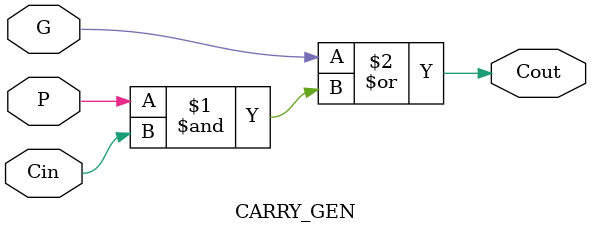
<source format=v>
`timescale 1ns / 1ps

module CARRY_GEN(
    input G, P, Cin,
    output Cout    
);

assign Cout = G | P&Cin; //wire out carry calculation

endmodule
</source>
